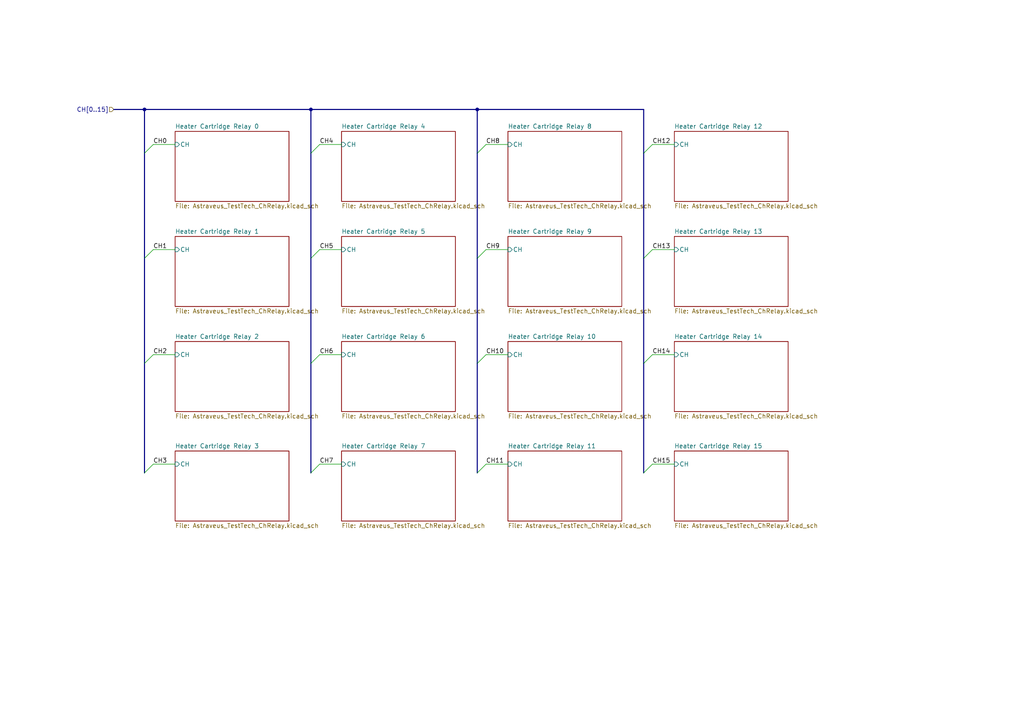
<source format=kicad_sch>
(kicad_sch (version 20211123) (generator eeschema)
  (paper "A4")
  (title_block (title "Cartridge Heater with T-type thermocouples control card") (date "2023-01-13") (rev "0.1") (company "Astraveus") (comment 1 "Author : Mathis Lacombe") (comment 2 "Technical test - job interview 01/13/2023"))
  (lib_symbols)
  (junction (at 138.43 31.75))
  (junction (at 90.17 31.75))
  (junction (at 41.91 31.75))
  (bus_entry (at 90.17 44.45) (size 2.54 -2.54))
  (bus_entry (at 138.43 44.45) (size 2.54 -2.54))
  (bus_entry (at 90.17 137.16) (size 2.54 -2.54))
  (bus_entry (at 138.43 137.16) (size 2.54 -2.54))
  (bus_entry (at 41.91 44.45) (size 2.54 -2.54))
  (bus_entry (at 138.43 74.93) (size 2.54 -2.54))
  (bus_entry (at 41.91 74.93) (size 2.54 -2.54))
  (bus_entry (at 138.43 105.41) (size 2.54 -2.54))
  (bus_entry (at 186.69 44.45) (size 2.54 -2.54))
  (bus_entry (at 186.69 105.41) (size 2.54 -2.54))
  (bus_entry (at 41.91 105.41) (size 2.54 -2.54))
  (bus_entry (at 90.17 105.41) (size 2.54 -2.54))
  (bus_entry (at 90.17 74.93) (size 2.54 -2.54))
  (bus_entry (at 186.69 137.16) (size 2.54 -2.54))
  (bus_entry (at 41.91 137.16) (size 2.54 -2.54))
  (bus_entry (at 186.69 74.93) (size 2.54 -2.54))
  (bus (pts (xy 138.43 44.45) (xy 138.43 74.93)))
  (wire (pts (xy 44.45 102.87) (xy 50.8 102.87)))
  (bus (pts (xy 90.17 44.45) (xy 90.17 74.93)))
  (bus (pts (xy 41.91 44.45) (xy 41.91 74.93)))
  (bus (pts (xy 33.02 31.75) (xy 41.91 31.75)))
  (bus (pts (xy 41.91 74.93) (xy 41.91 105.41)))
  (bus (pts (xy 90.17 105.41) (xy 90.17 137.16)))
  (wire (pts (xy 44.45 41.91) (xy 50.8 41.91)))
  (bus (pts (xy 186.69 31.75) (xy 186.69 44.45)))
  (bus (pts (xy 90.17 31.75) (xy 90.17 44.45)))
  (bus (pts (xy 41.91 31.75) (xy 41.91 44.45)))
  (bus (pts (xy 186.69 44.45) (xy 186.69 74.93)))
  (wire (pts (xy 140.97 102.87) (xy 147.32 102.87)))
  (wire (pts (xy 92.71 72.39) (xy 99.06 72.39)))
  (wire (pts (xy 44.45 134.62) (xy 50.8 134.62)))
  (wire (pts (xy 140.97 134.62) (xy 147.32 134.62)))
  (bus (pts (xy 186.69 105.41) (xy 186.69 137.16)))
  (wire (pts (xy 92.71 41.91) (xy 99.06 41.91)))
  (bus (pts (xy 41.91 105.41) (xy 41.91 137.16)))
  (wire (pts (xy 189.23 41.91) (xy 195.58 41.91)))
  (bus (pts (xy 138.43 31.75) (xy 138.43 44.45)))
  (bus (pts (xy 90.17 74.93) (xy 90.17 105.41)))
  (wire (pts (xy 92.71 102.87) (xy 99.06 102.87)))
  (wire (pts (xy 92.71 134.62) (xy 99.06 134.62)))
  (bus (pts (xy 138.43 31.75) (xy 186.69 31.75)))
  (bus (pts (xy 41.91 31.75) (xy 90.17 31.75)))
  (wire (pts (xy 189.23 102.87) (xy 195.58 102.87)))
  (wire (pts (xy 140.97 41.91) (xy 147.32 41.91)))
  (wire (pts (xy 140.97 72.39) (xy 147.32 72.39)))
  (wire (pts (xy 189.23 134.62) (xy 195.58 134.62)))
  (wire (pts (xy 44.45 72.39) (xy 50.8 72.39)))
  (bus (pts (xy 186.69 74.93) (xy 186.69 105.41)))
  (bus (pts (xy 138.43 105.41) (xy 138.43 137.16)))
  (bus (pts (xy 138.43 74.93) (xy 138.43 105.41)))
  (wire (pts (xy 189.23 72.39) (xy 195.58 72.39)))
  (bus (pts (xy 90.17 31.75) (xy 138.43 31.75)))
  (label "CH10" (at 140.97 102.87 0))
  (label "CH0" (at 44.45 41.91 0))
  (label "CH5" (at 92.71 72.39 0))
  (label "CH9" (at 140.97 72.39 0))
  (label "CH15" (at 189.23 134.62 0))
  (label "CH1" (at 44.45 72.39 0))
  (label "CH13" (at 189.23 72.39 0))
  (label "CH8" (at 140.97 41.91 0))
  (label "CH4" (at 92.71 41.91 0))
  (label "CH14" (at 189.23 102.87 0))
  (label "CH11" (at 140.97 134.62 0))
  (label "CH3" (at 44.45 134.62 0))
  (label "CH7" (at 92.71 134.62 0))
  (label "CH2" (at 44.45 102.87 0))
  (label "CH6" (at 92.71 102.87 0))
  (label "CH12" (at 189.23 41.91 0))
  (hierarchical_label "CH[0..15]" (shape input) (at 33.02 31.75 180))
  (sheet (at 147.32 130.81) (size 33.02 20.32) (stroke (width 0.1524))
    (property "Sheet name" "Heater Cartridge Relay 11" (at 147.32 130.0984 0) (effects (justify left bottom)))
    (property "Sheet file" "Astraveus_TestTech_ChRelay.kicad_sch" (at 147.32 151.7146 0) (effects (justify left top)))
    (pin "CH" input (at 147.32 134.62 180))
  )
  (sheet (at 195.58 99.06) (size 33.02 20.32) (stroke (width 0.1524))
    (property "Sheet name" "Heater Cartridge Relay 14" (at 195.58 98.3484 0) (effects (justify left bottom)))
    (property "Sheet file" "Astraveus_TestTech_ChRelay.kicad_sch" (at 195.58 119.9646 0) (effects (justify left top)))
    (pin "CH" input (at 195.58 102.87 180))
  )
  (sheet (at 147.32 68.58) (size 33.02 20.32) (stroke (width 0.1524))
    (property "Sheet name" "Heater Cartridge Relay 9" (at 147.32 67.8684 0) (effects (justify left bottom)))
    (property "Sheet file" "Astraveus_TestTech_ChRelay.kicad_sch" (at 147.32 89.4846 0) (effects (justify left top)))
    (pin "CH" input (at 147.32 72.39 180))
  )
  (sheet (at 50.8 130.81) (size 33.02 20.32) (stroke (width 0.1524))
    (property "Sheet name" "Heater Cartridge Relay 3" (at 50.8 130.0984 0) (effects (justify left bottom)))
    (property "Sheet file" "Astraveus_TestTech_ChRelay.kicad_sch" (at 50.8 151.7146 0) (effects (justify left top)))
    (pin "CH" input (at 50.8 134.62 180))
  )
  (sheet (at 50.8 99.06) (size 33.02 20.32) (stroke (width 0.1524))
    (property "Sheet name" "Heater Cartridge Relay 2" (at 50.8 98.3484 0) (effects (justify left bottom)))
    (property "Sheet file" "Astraveus_TestTech_ChRelay.kicad_sch" (at 50.8 119.9646 0) (effects (justify left top)))
    (pin "CH" input (at 50.8 102.87 180))
  )
  (sheet (at 99.06 38.1) (size 33.02 20.32) (stroke (width 0.1524))
    (property "Sheet name" "Heater Cartridge Relay 4" (at 99.06 37.3884 0) (effects (justify left bottom)))
    (property "Sheet file" "Astraveus_TestTech_ChRelay.kicad_sch" (at 99.06 59.0046 0) (effects (justify left top)))
    (pin "CH" input (at 99.06 41.91 180))
  )
  (sheet (at 99.06 130.81) (size 33.02 20.32) (stroke (width 0.1524))
    (property "Sheet name" "Heater Cartridge Relay 7" (at 99.06 130.0984 0) (effects (justify left bottom)))
    (property "Sheet file" "Astraveus_TestTech_ChRelay.kicad_sch" (at 99.06 151.7146 0) (effects (justify left top)))
    (pin "CH" input (at 99.06 134.62 180))
  )
  (sheet (at 50.8 68.58) (size 33.02 20.32) (stroke (width 0.1524))
    (property "Sheet name" "Heater Cartridge Relay 1" (at 50.8 67.8684 0) (effects (justify left bottom)))
    (property "Sheet file" "Astraveus_TestTech_ChRelay.kicad_sch" (at 50.8 89.4846 0) (effects (justify left top)))
    (pin "CH" input (at 50.8 72.39 180))
  )
  (sheet (at 195.58 68.58) (size 33.02 20.32) (stroke (width 0.1524))
    (property "Sheet name" "Heater Cartridge Relay 13" (at 195.58 67.8684 0) (effects (justify left bottom)))
    (property "Sheet file" "Astraveus_TestTech_ChRelay.kicad_sch" (at 195.58 89.4846 0) (effects (justify left top)))
    (pin "CH" input (at 195.58 72.39 180))
  )
  (sheet (at 195.58 38.1) (size 33.02 20.32) (stroke (width 0.1524))
    (property "Sheet name" "Heater Cartridge Relay 12" (at 195.58 37.3884 0) (effects (justify left bottom)))
    (property "Sheet file" "Astraveus_TestTech_ChRelay.kicad_sch" (at 195.58 59.0046 0) (effects (justify left top)))
    (pin "CH" input (at 195.58 41.91 180))
  )
  (sheet (at 99.06 99.06) (size 33.02 20.32) (stroke (width 0.1524))
    (property "Sheet name" "Heater Cartridge Relay 6" (at 99.06 98.3484 0) (effects (justify left bottom)))
    (property "Sheet file" "Astraveus_TestTech_ChRelay.kicad_sch" (at 99.06 119.9646 0) (effects (justify left top)))
    (pin "CH" input (at 99.06 102.87 180))
  )
  (sheet (at 99.06 68.58) (size 33.02 20.32) (stroke (width 0.1524))
    (property "Sheet name" "Heater Cartridge Relay 5" (at 99.06 67.8684 0) (effects (justify left bottom)))
    (property "Sheet file" "Astraveus_TestTech_ChRelay.kicad_sch" (at 99.06 89.4846 0) (effects (justify left top)))
    (pin "CH" input (at 99.06 72.39 180))
  )
  (sheet (at 50.8 38.1) (size 33.02 20.32) (stroke (width 0.1524))
    (property "Sheet name" "Heater Cartridge Relay 0" (at 50.8 37.3884 0) (effects (justify left bottom)))
    (property "Sheet file" "Astraveus_TestTech_ChRelay.kicad_sch" (at 50.8 59.0046 0) (effects (justify left top)))
    (pin "CH" input (at 50.8 41.91 180))
  )
  (sheet (at 147.32 38.1) (size 33.02 20.32) (stroke (width 0.1524))
    (property "Sheet name" "Heater Cartridge Relay 8" (at 147.32 37.3884 0) (effects (justify left bottom)))
    (property "Sheet file" "Astraveus_TestTech_ChRelay.kicad_sch" (at 147.32 59.0046 0) (effects (justify left top)))
    (pin "CH" input (at 147.32 41.91 180))
  )
  (sheet (at 147.32 99.06) (size 33.02 20.32) (stroke (width 0.1524))
    (property "Sheet name" "Heater Cartridge Relay 10" (at 147.32 98.3484 0) (effects (justify left bottom)))
    (property "Sheet file" "Astraveus_TestTech_ChRelay.kicad_sch" (at 147.32 119.9646 0) (effects (justify left top)))
    (pin "CH" input (at 147.32 102.87 180))
  )
  (sheet (at 195.58 130.81) (size 33.02 20.32) (stroke (width 0.1524))
    (property "Sheet name" "Heater Cartridge Relay 15" (at 195.58 130.0984 0) (effects (justify left bottom)))
    (property "Sheet file" "Astraveus_TestTech_ChRelay.kicad_sch" (at 195.58 151.7146 0) (effects (justify left top)))
    (pin "CH" input (at 195.58 134.62 180))
  )
)
</source>
